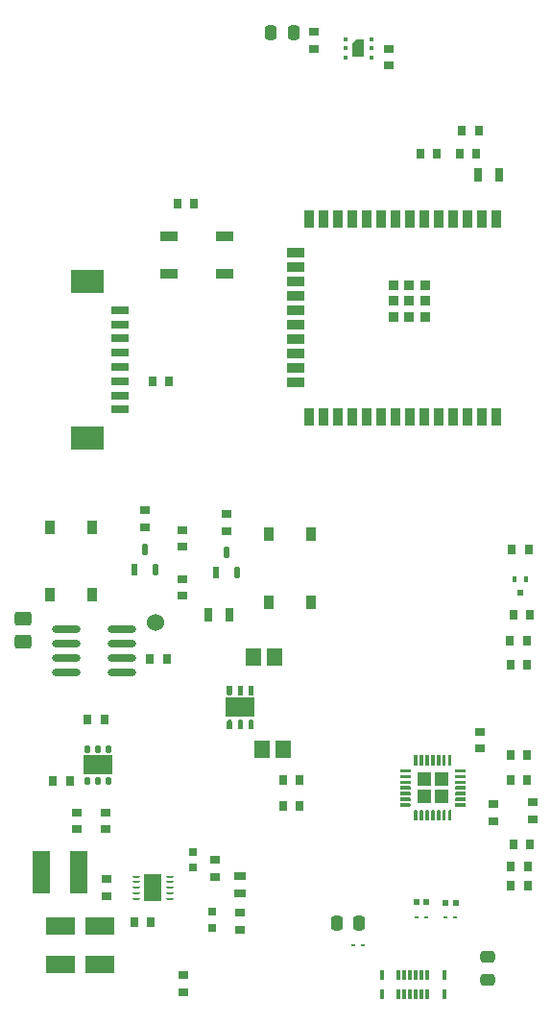
<source format=gtp>
G04*
G04 #@! TF.GenerationSoftware,Altium Limited,Altium Designer,24.0.1 (36)*
G04*
G04 Layer_Color=8421504*
%FSLAX44Y44*%
%MOMM*%
G71*
G04*
G04 #@! TF.SameCoordinates,7A80B53C-B2C1-45D1-8136-E7169236FAC4*
G04*
G04*
G04 #@! TF.FilePolarity,Positive*
G04*
G01*
G75*
%ADD17R,1.2000X1.2000*%
%ADD18R,1.2000X1.2000*%
%ADD19R,1.2000X1.2000*%
%ADD20R,1.2000X1.2000*%
%ADD21R,1.5000X0.9000*%
%ADD22R,0.8000X0.9000*%
%ADD23R,0.9000X0.6500*%
%ADD24R,0.9000X0.8000*%
%ADD25O,2.5000X0.7000*%
G04:AMPARAMS|DCode=26|XSize=0.6mm|YSize=0.5mm|CornerRadius=0.125mm|HoleSize=0mm|Usage=FLASHONLY|Rotation=270.000|XOffset=0mm|YOffset=0mm|HoleType=Round|Shape=RoundedRectangle|*
%AMROUNDEDRECTD26*
21,1,0.6000,0.2500,0,0,270.0*
21,1,0.3500,0.5000,0,0,270.0*
1,1,0.2500,-0.1250,-0.1750*
1,1,0.2500,-0.1250,0.1750*
1,1,0.2500,0.1250,0.1750*
1,1,0.2500,0.1250,-0.1750*
%
%ADD26ROUNDEDRECTD26*%
%ADD27R,2.5000X1.7500*%
%ADD28R,0.6500X0.9000*%
%ADD29R,0.3000X0.8700*%
G04:AMPARAMS|DCode=30|XSize=0.55mm|YSize=0.5mm|CornerRadius=0.0625mm|HoleSize=0mm|Usage=FLASHONLY|Rotation=90.000|XOffset=0mm|YOffset=0mm|HoleType=Round|Shape=RoundedRectangle|*
%AMROUNDEDRECTD30*
21,1,0.5500,0.3750,0,0,90.0*
21,1,0.4250,0.5000,0,0,90.0*
1,1,0.1250,0.1875,0.2125*
1,1,0.1250,0.1875,-0.2125*
1,1,0.1250,-0.1875,-0.2125*
1,1,0.1250,-0.1875,0.2125*
%
%ADD30ROUNDEDRECTD30*%
G04:AMPARAMS|DCode=31|XSize=1mm|YSize=1.3mm|CornerRadius=0.25mm|HoleSize=0mm|Usage=FLASHONLY|Rotation=0.000|XOffset=0mm|YOffset=0mm|HoleType=Round|Shape=RoundedRectangle|*
%AMROUNDEDRECTD31*
21,1,1.0000,0.8000,0,0,0.0*
21,1,0.5000,1.3000,0,0,0.0*
1,1,0.5000,0.2500,-0.4000*
1,1,0.5000,-0.2500,-0.4000*
1,1,0.5000,-0.2500,0.4000*
1,1,0.5000,0.2500,0.4000*
%
%ADD31ROUNDEDRECTD31*%
%ADD32R,0.3600X0.2500*%
%ADD33C,0.2700*%
G04:AMPARAMS|DCode=34|XSize=1mm|YSize=1.3mm|CornerRadius=0.25mm|HoleSize=0mm|Usage=FLASHONLY|Rotation=270.000|XOffset=0mm|YOffset=0mm|HoleType=Round|Shape=RoundedRectangle|*
%AMROUNDEDRECTD34*
21,1,1.0000,0.8000,0,0,270.0*
21,1,0.5000,1.3000,0,0,270.0*
1,1,0.5000,-0.4000,-0.2500*
1,1,0.5000,-0.4000,0.2500*
1,1,0.5000,0.4000,0.2500*
1,1,0.5000,0.4000,-0.2500*
%
%ADD34ROUNDEDRECTD34*%
%ADD35R,1.4057X1.5082*%
%ADD36R,0.7000X1.3000*%
%ADD37C,1.5240*%
G04:AMPARAMS|DCode=38|XSize=0.24mm|YSize=0.7mm|CornerRadius=0.06mm|HoleSize=0mm|Usage=FLASHONLY|Rotation=270.000|XOffset=0mm|YOffset=0mm|HoleType=Round|Shape=RoundedRectangle|*
%AMROUNDEDRECTD38*
21,1,0.2400,0.5800,0,0,270.0*
21,1,0.1200,0.7000,0,0,270.0*
1,1,0.1200,-0.2900,-0.0600*
1,1,0.1200,-0.2900,0.0600*
1,1,0.1200,0.2900,0.0600*
1,1,0.1200,0.2900,-0.0600*
%
%ADD38ROUNDEDRECTD38*%
%ADD39R,1.6500X2.4000*%
G04:AMPARAMS|DCode=40|XSize=1.55mm|YSize=1.25mm|CornerRadius=0.3125mm|HoleSize=0mm|Usage=FLASHONLY|Rotation=0.000|XOffset=0mm|YOffset=0mm|HoleType=Round|Shape=RoundedRectangle|*
%AMROUNDEDRECTD40*
21,1,1.5500,0.6250,0,0,0.0*
21,1,0.9250,1.2500,0,0,0.0*
1,1,0.6250,0.4625,-0.3125*
1,1,0.6250,-0.4625,-0.3125*
1,1,0.6250,-0.4625,0.3125*
1,1,0.6250,0.4625,0.3125*
%
%ADD40ROUNDEDRECTD40*%
%ADD41R,0.5321X1.0571*%
G04:AMPARAMS|DCode=42|XSize=1.0571mm|YSize=0.5321mm|CornerRadius=0.2661mm|HoleSize=0mm|Usage=FLASHONLY|Rotation=90.000|XOffset=0mm|YOffset=0mm|HoleType=Round|Shape=RoundedRectangle|*
%AMROUNDEDRECTD42*
21,1,1.0571,0.0000,0,0,90.0*
21,1,0.5250,0.5321,0,0,90.0*
1,1,0.5321,0.0000,0.2625*
1,1,0.5321,0.0000,-0.2625*
1,1,0.5321,0.0000,-0.2625*
1,1,0.5321,0.0000,0.2625*
%
%ADD42ROUNDEDRECTD42*%
%ADD43R,0.9000X0.9000*%
%ADD44R,0.9000X1.5000*%
%ADD45R,1.5000X0.9000*%
%ADD46R,0.9000X1.3000*%
%ADD47R,3.0000X2.1000*%
%ADD48R,1.6000X0.8000*%
%ADD49R,2.5000X1.5000*%
%ADD50R,0.4500X0.3000*%
%ADD51R,0.5000X0.6000*%
%ADD52R,0.4000X0.6000*%
%ADD53C,0.4050*%
%ADD54R,1.5000X3.8000*%
%ADD55R,1.0000X0.7500*%
G04:AMPARAMS|DCode=56|XSize=0.76mm|YSize=0.6604mm|CornerRadius=0.0825mm|HoleSize=0mm|Usage=FLASHONLY|Rotation=180.000|XOffset=0mm|YOffset=0mm|HoleType=Round|Shape=RoundedRectangle|*
%AMROUNDEDRECTD56*
21,1,0.7600,0.4953,0,0,180.0*
21,1,0.5949,0.6604,0,0,180.0*
1,1,0.1651,-0.2975,0.2477*
1,1,0.1651,0.2975,0.2477*
1,1,0.1651,0.2975,-0.2477*
1,1,0.1651,-0.2975,-0.2477*
%
%ADD56ROUNDEDRECTD56*%
%ADD57R,0.7000X0.6500*%
G36*
X355333Y969480D02*
X344833D01*
Y981480D01*
X347833Y984480D01*
X355333D01*
Y969480D01*
D02*
G37*
G36*
X238750Y408750D02*
X238750Y408302D01*
X238407Y407476D01*
X237774Y406843D01*
X236947Y406500D01*
X236500Y406500D01*
X236500Y406500D01*
X236052Y406500D01*
X235225Y406842D01*
X234592Y407476D01*
X234250Y408302D01*
X234250Y408750D01*
Y415050D01*
X238750D01*
X238750Y408750D01*
D02*
G37*
G36*
X257750D02*
Y408302D01*
X257407Y407476D01*
X256774Y406843D01*
X255947Y406500D01*
X255500Y406500D01*
X255500Y406500D01*
X255052Y406500D01*
X254225Y406842D01*
X253592Y407476D01*
X253250Y408302D01*
X253250Y408750D01*
X253250Y408750D01*
Y415050D01*
X257750D01*
X257750Y408750D01*
D02*
G37*
G36*
X248250D02*
X248250Y408302D01*
X247907Y407476D01*
X247274Y406843D01*
X246448Y406500D01*
X246000Y406500D01*
X246000Y406500D01*
X245552Y406500D01*
X244725Y406842D01*
X244093Y407476D01*
X243750Y408302D01*
X243750Y408750D01*
X243750Y408750D01*
Y415050D01*
X248250D01*
X248250Y408750D01*
D02*
G37*
G36*
X256775Y385157D02*
X257407Y384524D01*
X257750Y383698D01*
X257750Y383250D01*
X257750D01*
Y376950D01*
X253250D01*
Y383250D01*
X253250Y383698D01*
X253592Y384524D01*
X254226Y385157D01*
X255052Y385500D01*
X255500Y385500D01*
X255947Y385500D01*
X256775Y385157D01*
D02*
G37*
G36*
X247274D02*
X247907Y384524D01*
X248250Y383698D01*
X248250Y383250D01*
X248250D01*
Y376950D01*
X243750D01*
Y383250D01*
X243750Y383698D01*
X244093Y384524D01*
X244725Y385157D01*
X245552Y385500D01*
X246000Y385500D01*
X246448Y385500D01*
X247274Y385157D01*
D02*
G37*
G36*
X237775D02*
X238407Y384524D01*
X238750Y383698D01*
X238750Y383250D01*
X238750D01*
Y376950D01*
X234250D01*
Y383250D01*
X234250Y383698D01*
X234592Y384524D01*
X235225Y385157D01*
X236052Y385500D01*
X236500D01*
X236947Y385500D01*
X237775Y385157D01*
D02*
G37*
G36*
X432294Y345769D02*
Y345471D01*
X432065Y344920D01*
X431643Y344497D01*
X431092Y344269D01*
X430495D01*
X429944Y344497D01*
X429522Y344920D01*
X429294Y345471D01*
Y345769D01*
Y353769D01*
X432294D01*
Y345769D01*
D02*
G37*
G36*
X427294D02*
Y345471D01*
X427065Y344920D01*
X426643Y344497D01*
X426092Y344269D01*
X425495D01*
X424944Y344497D01*
X424522Y344920D01*
X424294Y345471D01*
Y345769D01*
Y353769D01*
X427294D01*
Y345769D01*
D02*
G37*
G36*
X422294D02*
Y345471D01*
X422065Y344920D01*
X421643Y344497D01*
X421092Y344269D01*
X420495D01*
X419944Y344497D01*
X419522Y344920D01*
X419294Y345471D01*
Y345769D01*
Y353769D01*
X422294D01*
X422294Y345769D01*
D02*
G37*
G36*
X417294D02*
Y345471D01*
X417065Y344920D01*
X416643Y344497D01*
X416092Y344269D01*
X415495D01*
X414944Y344497D01*
X414522Y344920D01*
X414294Y345471D01*
Y345769D01*
Y353769D01*
X417294D01*
Y345769D01*
D02*
G37*
G36*
X412294D02*
Y345471D01*
X412065Y344920D01*
X411643Y344497D01*
X411092Y344269D01*
X410495D01*
X409944Y344497D01*
X409522Y344920D01*
X409294Y345471D01*
Y345769D01*
X409294D01*
Y353769D01*
X412294D01*
Y345769D01*
D02*
G37*
G36*
X407294D02*
Y345471D01*
X407065Y344920D01*
X406643Y344497D01*
X406092Y344269D01*
X405495D01*
X404944Y344497D01*
X404522Y344920D01*
X404294Y345471D01*
Y345769D01*
Y353769D01*
X407294D01*
Y345769D01*
D02*
G37*
G36*
X402294D02*
Y345471D01*
X402065Y344920D01*
X401643Y344497D01*
X401092Y344269D01*
X400495D01*
X399944Y344497D01*
X399522Y344920D01*
X399294Y345471D01*
Y345769D01*
Y353769D01*
X402294D01*
Y345769D01*
D02*
G37*
G36*
X444544Y338519D02*
X436245D01*
X435694Y338747D01*
X435272Y339170D01*
X435044Y339721D01*
Y340019D01*
Y340317D01*
X435272Y340869D01*
X435694Y341291D01*
X436245Y341519D01*
X444544D01*
Y338519D01*
D02*
G37*
G36*
X395893Y341291D02*
X396315Y340869D01*
X396544Y340317D01*
Y340019D01*
Y339721D01*
X396315Y339170D01*
X395893Y338747D01*
X395342Y338519D01*
X387044D01*
Y341519D01*
X395342D01*
X395893Y341291D01*
D02*
G37*
G36*
X444544Y333519D02*
X436245D01*
X435694Y333747D01*
X435272Y334170D01*
X435044Y334721D01*
Y335019D01*
Y335317D01*
X435272Y335869D01*
X435694Y336291D01*
X436245Y336519D01*
X444544D01*
Y333519D01*
D02*
G37*
G36*
X395893Y336291D02*
X396315Y335869D01*
X396544Y335317D01*
Y335019D01*
Y334721D01*
X396315Y334170D01*
X395893Y333747D01*
X395342Y333519D01*
X387044D01*
Y336519D01*
X395342D01*
X395893Y336291D01*
D02*
G37*
G36*
X444544Y328519D02*
X436245D01*
X435694Y328747D01*
X435272Y329170D01*
X435044Y329721D01*
Y330019D01*
Y330317D01*
X435272Y330869D01*
X435694Y331291D01*
X436245Y331519D01*
X436544D01*
Y331519D01*
X444544D01*
Y328519D01*
D02*
G37*
G36*
X395044Y331519D02*
X395342D01*
X395893Y331291D01*
X396315Y330869D01*
X396544Y330317D01*
Y330019D01*
Y329721D01*
X396315Y329170D01*
X395893Y328747D01*
X395342Y328519D01*
X387044D01*
Y331519D01*
X395044Y331519D01*
D02*
G37*
G36*
X444544Y323519D02*
X436245D01*
X435694Y323747D01*
X435272Y324170D01*
X435044Y324721D01*
Y325019D01*
Y325317D01*
X435272Y325869D01*
X435694Y326291D01*
X436245Y326519D01*
X444544D01*
Y323519D01*
D02*
G37*
G36*
X395893Y326291D02*
X396315Y325869D01*
X396544Y325317D01*
Y325019D01*
Y324721D01*
X396315Y324170D01*
X395893Y323747D01*
X395342Y323519D01*
X387044D01*
Y326519D01*
X395342D01*
X395893Y326291D01*
D02*
G37*
G36*
X444544Y318519D02*
X436544Y318519D01*
X436245D01*
X435694Y318748D01*
X435272Y319170D01*
X435044Y319721D01*
Y320019D01*
Y320317D01*
X435272Y320869D01*
X435694Y321291D01*
X436245Y321519D01*
X444544D01*
Y318519D01*
D02*
G37*
G36*
X395893Y321291D02*
X396315Y320869D01*
X396544Y320317D01*
Y320019D01*
Y319721D01*
X396315Y319170D01*
X395893Y318748D01*
X395342Y318519D01*
X395044D01*
Y318519D01*
X387044D01*
Y321519D01*
X395342D01*
X395893Y321291D01*
D02*
G37*
G36*
X444544Y313519D02*
X436245D01*
X435694Y313748D01*
X435272Y314170D01*
X435044Y314721D01*
Y315019D01*
Y315317D01*
X435272Y315869D01*
X435694Y316291D01*
X436245Y316519D01*
X444544D01*
Y313519D01*
D02*
G37*
G36*
X395893Y316291D02*
X396315Y315869D01*
X396544Y315317D01*
Y315019D01*
Y314721D01*
X396315Y314170D01*
X395893Y313748D01*
X395342Y313519D01*
X387044D01*
Y316519D01*
X395342D01*
X395893Y316291D01*
D02*
G37*
G36*
X444544Y308519D02*
X436245D01*
X435694Y308748D01*
X435272Y309170D01*
X435044Y309721D01*
Y310019D01*
Y310317D01*
X435272Y310869D01*
X435694Y311291D01*
X436245Y311519D01*
X444544D01*
Y308519D01*
D02*
G37*
G36*
X395893Y311291D02*
X396315Y310869D01*
X396544Y310317D01*
Y310019D01*
Y309721D01*
X396315Y309170D01*
X395893Y308748D01*
X395342Y308519D01*
X387044D01*
Y311519D01*
X395342D01*
X395893Y311291D01*
D02*
G37*
G36*
X431643Y305541D02*
X432065Y305119D01*
X432294Y304568D01*
Y304269D01*
Y296269D01*
X429294D01*
Y304269D01*
Y304568D01*
X429522Y305119D01*
X429944Y305541D01*
X430495Y305769D01*
X431092D01*
X431643Y305541D01*
D02*
G37*
G36*
X426643D02*
X427065Y305119D01*
X427294Y304568D01*
Y304269D01*
Y296269D01*
X424294D01*
Y304269D01*
Y304568D01*
X424522Y305119D01*
X424944Y305541D01*
X425495Y305769D01*
X426092D01*
X426643Y305541D01*
D02*
G37*
G36*
X421643D02*
X422065Y305119D01*
X422294Y304568D01*
Y304269D01*
X422294D01*
Y296269D01*
X419294D01*
Y304269D01*
Y304568D01*
X419522Y305119D01*
X419944Y305541D01*
X420495Y305769D01*
X421092D01*
X421643Y305541D01*
D02*
G37*
G36*
X416643D02*
X417065Y305119D01*
X417294Y304568D01*
Y304269D01*
Y296269D01*
X414294D01*
Y304269D01*
Y304568D01*
X414522Y305119D01*
X414944Y305541D01*
X415495Y305769D01*
X416092D01*
X416643Y305541D01*
D02*
G37*
G36*
X411643D02*
X412065Y305119D01*
X412294Y304568D01*
Y304269D01*
Y296269D01*
X409294D01*
X409294Y304269D01*
Y304568D01*
X409522Y305119D01*
X409944Y305541D01*
X410495Y305769D01*
X411092D01*
X411643Y305541D01*
D02*
G37*
G36*
X406643D02*
X407065Y305119D01*
X407294Y304568D01*
Y304269D01*
Y296269D01*
X404294D01*
Y304269D01*
Y304568D01*
X404522Y305119D01*
X404944Y305541D01*
X405495Y305769D01*
X406092D01*
X406643Y305541D01*
D02*
G37*
G36*
X401643D02*
X402065Y305119D01*
X402294Y304568D01*
Y304269D01*
Y296269D01*
X399294D01*
Y304269D01*
Y304568D01*
X399522Y305119D01*
X399944Y305541D01*
X400495Y305769D01*
X401092D01*
X401643Y305541D01*
D02*
G37*
D17*
X408294Y317519D02*
D03*
D18*
Y332519D02*
D03*
D19*
X423294D02*
D03*
D20*
Y317519D02*
D03*
D21*
X183500Y811500D02*
D03*
Y778500D02*
D03*
X232500D02*
D03*
Y811500D02*
D03*
D22*
X167250Y207000D02*
D03*
X152250D02*
D03*
X190500Y840000D02*
D03*
X205500D02*
D03*
X499500Y256000D02*
D03*
X484500D02*
D03*
X441500Y904000D02*
D03*
X456500D02*
D03*
X80500Y331000D02*
D03*
X95500D02*
D03*
X181500Y439000D02*
D03*
X166500D02*
D03*
X498996Y454799D02*
D03*
X483996D02*
D03*
X404500Y884000D02*
D03*
X419500D02*
D03*
X126500Y385000D02*
D03*
X111500D02*
D03*
X499500Y239000D02*
D03*
X484500D02*
D03*
D23*
X457000Y359750D02*
D03*
Y374250D02*
D03*
X195000Y537750D02*
D03*
Y552250D02*
D03*
Y509250D02*
D03*
Y494750D02*
D03*
X196000Y145250D02*
D03*
Y159750D02*
D03*
D24*
X504000Y297500D02*
D03*
Y312500D02*
D03*
X128000Y244500D02*
D03*
Y229500D02*
D03*
X234000Y551500D02*
D03*
Y566500D02*
D03*
X162000Y554500D02*
D03*
Y569500D02*
D03*
X224129Y261600D02*
D03*
Y246600D02*
D03*
X377083Y961480D02*
D03*
Y976480D02*
D03*
X311083Y976480D02*
D03*
Y991480D02*
D03*
X245920Y199840D02*
D03*
Y214840D02*
D03*
X127000Y303500D02*
D03*
Y288500D02*
D03*
X102000Y303500D02*
D03*
Y288500D02*
D03*
X469000Y310500D02*
D03*
Y295500D02*
D03*
D25*
X92500Y465050D02*
D03*
Y452350D02*
D03*
Y439650D02*
D03*
Y426950D02*
D03*
X141500Y465050D02*
D03*
Y452350D02*
D03*
Y439650D02*
D03*
Y426950D02*
D03*
D26*
X130129Y359250D02*
D03*
X120629D02*
D03*
X110905D02*
D03*
X129905Y331310D02*
D03*
X110905D02*
D03*
X120405D02*
D03*
D27*
Y345280D02*
D03*
X246000Y396000D02*
D03*
D28*
X484750Y354000D02*
D03*
X499250D02*
D03*
X486750Y275000D02*
D03*
X501250D02*
D03*
Y478000D02*
D03*
X486750D02*
D03*
X484750Y332000D02*
D03*
X499250D02*
D03*
X298250Y309000D02*
D03*
X283750D02*
D03*
X298250Y332000D02*
D03*
X283750D02*
D03*
X498746Y433234D02*
D03*
X484246D02*
D03*
X500250Y534751D02*
D03*
X485750D02*
D03*
X454250Y884000D02*
D03*
X439750D02*
D03*
X168750Y683000D02*
D03*
X183250D02*
D03*
D29*
X370755Y160048D02*
D03*
X385755D02*
D03*
X390755D02*
D03*
X395755D02*
D03*
X400755D02*
D03*
X405755D02*
D03*
X410755D02*
D03*
X425755D02*
D03*
Y142748D02*
D03*
X410755D02*
D03*
X405755D02*
D03*
X400755D02*
D03*
X395755D02*
D03*
X390755D02*
D03*
X385755D02*
D03*
X370755D02*
D03*
D30*
X410144Y224418D02*
D03*
X401144D02*
D03*
X426946Y223879D02*
D03*
X435946D02*
D03*
D31*
X331000Y206000D02*
D03*
X351000D02*
D03*
X293083Y990980D02*
D03*
X273083D02*
D03*
D32*
X410206Y211043D02*
D03*
X401806D02*
D03*
X435141D02*
D03*
X426741D02*
D03*
X345800Y186000D02*
D03*
X354200D02*
D03*
D33*
X391794Y310019D02*
D03*
Y315019D02*
D03*
Y320019D02*
D03*
X391810Y325007D02*
D03*
X391794Y330019D02*
D03*
Y335019D02*
D03*
Y340019D02*
D03*
X439794D02*
D03*
Y335019D02*
D03*
Y330019D02*
D03*
X439861Y325063D02*
D03*
X439794Y320019D02*
D03*
Y315019D02*
D03*
Y310019D02*
D03*
X400794Y349019D02*
D03*
X405794D02*
D03*
X410794D02*
D03*
X415681Y348940D02*
D03*
X420794Y349019D02*
D03*
X425794D02*
D03*
X430794D02*
D03*
Y301019D02*
D03*
X425794D02*
D03*
X420794D02*
D03*
X415770Y300974D02*
D03*
X410794Y301019D02*
D03*
X405794D02*
D03*
X400794D02*
D03*
D34*
X464000Y156000D02*
D03*
Y176000D02*
D03*
D35*
X265475Y359000D02*
D03*
X284000D02*
D03*
X276262Y440000D02*
D03*
X257738D02*
D03*
D36*
X217500Y478000D02*
D03*
X236500D02*
D03*
X474500Y865000D02*
D03*
X455500D02*
D03*
D37*
X171000Y471000D02*
D03*
D38*
X153937Y226795D02*
D03*
Y231795D02*
D03*
Y236795D02*
D03*
Y241795D02*
D03*
Y246795D02*
D03*
X183937Y226795D02*
D03*
Y231795D02*
D03*
Y236795D02*
D03*
Y241795D02*
D03*
Y246795D02*
D03*
D39*
X168937Y236795D02*
D03*
D40*
X54000Y474320D02*
D03*
Y454000D02*
D03*
D41*
X224500Y514995D02*
D03*
X152500Y516995D02*
D03*
D42*
X243500Y514995D02*
D03*
X234000Y533005D02*
D03*
X171500Y516995D02*
D03*
X162000Y535005D02*
D03*
D43*
X380982Y740213D02*
D03*
Y754213D02*
D03*
Y768213D02*
D03*
X394982Y740213D02*
D03*
Y754213D02*
D03*
Y768213D02*
D03*
X408982Y740213D02*
D03*
Y754213D02*
D03*
Y768213D02*
D03*
D44*
X472182Y651713D02*
D03*
X459482D02*
D03*
X446782D02*
D03*
X434082D02*
D03*
X421382D02*
D03*
X408682D02*
D03*
X395982D02*
D03*
X383282D02*
D03*
X370582D02*
D03*
X357882D02*
D03*
X345182D02*
D03*
X332482D02*
D03*
X319782D02*
D03*
X307082D02*
D03*
Y826713D02*
D03*
X319782D02*
D03*
X332482D02*
D03*
X345182D02*
D03*
X357882D02*
D03*
X370582D02*
D03*
X383282D02*
D03*
X395982D02*
D03*
X408682D02*
D03*
X421382D02*
D03*
X434082D02*
D03*
X446782D02*
D03*
X459482D02*
D03*
X472182D02*
D03*
D45*
X294582Y682063D02*
D03*
Y694763D02*
D03*
Y707463D02*
D03*
Y720163D02*
D03*
Y732863D02*
D03*
Y745563D02*
D03*
Y758263D02*
D03*
Y770963D02*
D03*
Y783663D02*
D03*
Y796363D02*
D03*
D46*
X308500Y549000D02*
D03*
Y489000D02*
D03*
X271500Y549000D02*
D03*
Y489000D02*
D03*
X78000Y495000D02*
D03*
Y555000D02*
D03*
X115000Y495000D02*
D03*
Y555000D02*
D03*
D47*
X111000Y771500D02*
D03*
Y633000D02*
D03*
D48*
X140000Y658500D02*
D03*
Y671000D02*
D03*
Y683500D02*
D03*
Y696000D02*
D03*
Y708500D02*
D03*
Y721000D02*
D03*
Y733500D02*
D03*
Y746000D02*
D03*
D49*
X122480Y169000D02*
D03*
Y203000D02*
D03*
X87480Y169000D02*
D03*
Y203000D02*
D03*
D50*
X338583Y984980D02*
D03*
Y976980D02*
D03*
Y968980D02*
D03*
X361583D02*
D03*
Y976980D02*
D03*
Y984980D02*
D03*
D51*
X493000Y496800D02*
D03*
D52*
X488000Y509200D02*
D03*
X498000D02*
D03*
D53*
X255500Y382786D02*
D03*
X246000D02*
D03*
X236500Y383000D02*
D03*
Y409214D02*
D03*
X246000D02*
D03*
X255500Y409000D02*
D03*
D54*
X70240Y250500D02*
D03*
X103260D02*
D03*
D55*
X246000Y247000D02*
D03*
Y232000D02*
D03*
D56*
X220830Y201670D02*
D03*
Y215670D02*
D03*
D57*
X204320Y268140D02*
D03*
Y254640D02*
D03*
M02*

</source>
